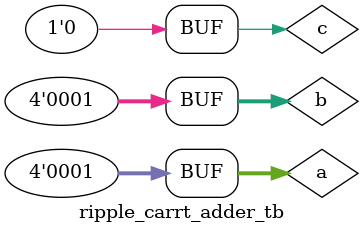
<source format=v>
module full_adder(s,co,a,b,c);
input a,b,c;
output s,co;
assign s=a^b^c;
assign co=(a&b|((a^b)&c));
endmodule
//ripple_carry_adder
module ripple_carry_adder(s,co,a,b,c);
input [3:0]a,b;
input c;
output [3:0]s;
output co;
wire c1,c2,c3;
full_adder G1(s[0],c1,a[0],b[0],c);
full_adder G2(s[1],c2,a[1],b[1],c1);
full_adder G3(s[2],c3,a[2],b[2],c2);
full_adder G4(s[3],co,a[3],b[3],c3);
endmodule
//testbench
module ripple_carrt_adder_tb;
wire [3:0]s;
wire co;
reg [3:0]a,b;
reg c;
ripple_carry_adder dut(s,co,a,b,c);
initial
begin
#10 a=4'b0;b=4'b0;c=1'b0;
#10 a=4'b0;b=4'b1;
#10 a=4'b1;b=4'b0;
#10 a=4'b1;b=4'b1;
end
endmodule

</source>
